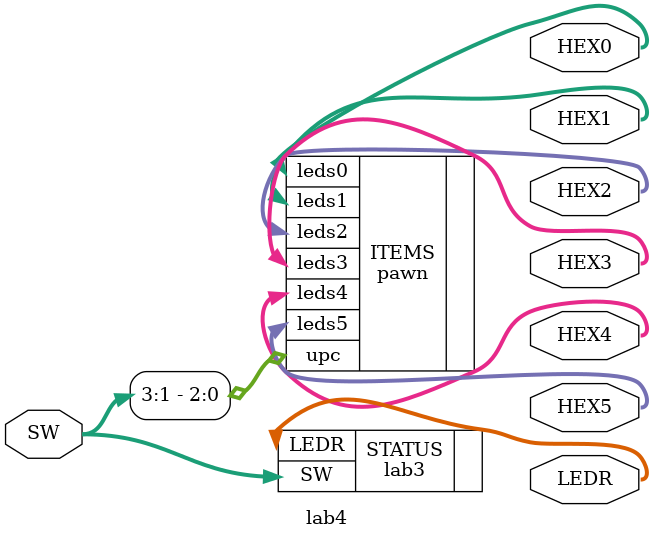
<source format=sv>
module lab4 (
    input logic [9:0] SW,
    output logic [9:0] LEDR,
    output logic [6:0] HEX0, HEX1, HEX2, HEX3, HEX4, HEX5
    );

    lab3 STATUS (.SW(SW), .LEDR(LEDR));
    pawn ITEMS (.upc(SW[3:1]), .leds0(HEX0), .leds1(HEX1), .leds2(HEX2), .leds3(HEX3), .leds4(HEX4), .leds5(HEX5));

endmodule
</source>
